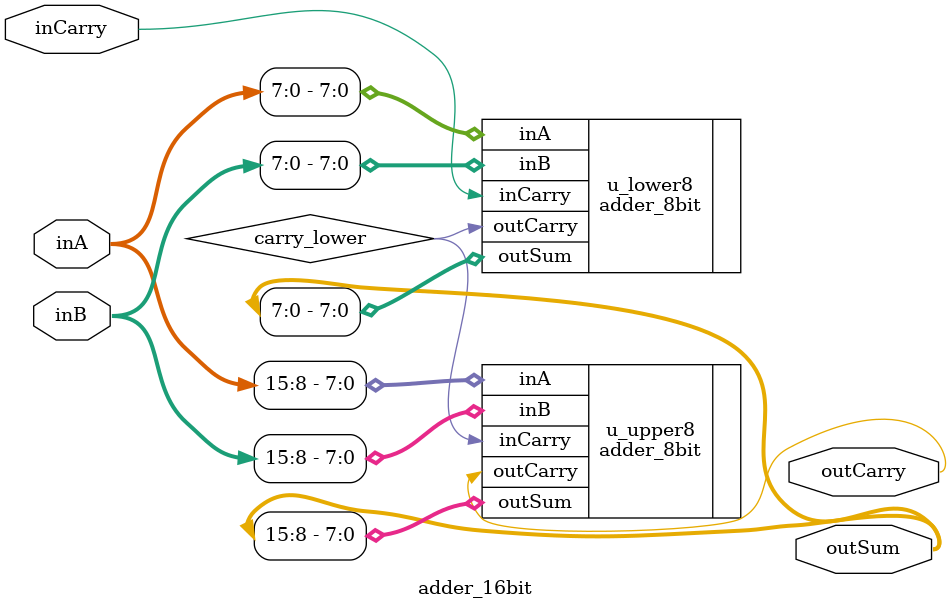
<source format=sv>

module adder_16bit (
    input  logic [15:0] inA,      // 16-bit input A
    input  logic [15:0] inB,      // 16-bit input B
    input  logic        inCarry,  // Initial carry-in
    output logic [15:0] outSum,   // 16-bit sum output
    output logic        outCarry  // Final carry-out
);
    // Internal carry signal between the two 8-bit adders
    logic carry_lower;

    // Lower 8-bit adder (bits 7:0)
    adder_8bit u_lower8 (
        .inA(inA[7:0]),
        .inB(inB[7:0]),
        .inCarry(inCarry),
        .outSum(outSum[7:0]),
        .outCarry(carry_lower)
    );

    // Upper 8-bit adder (bits 15:8)
    adder_8bit u_upper8 (
        .inA(inA[15:8]),
        .inB(inB[15:8]),
        .inCarry(carry_lower),
        .outSum(outSum[15:8]),
        .outCarry(outCarry)
    );

endmodule
</source>
